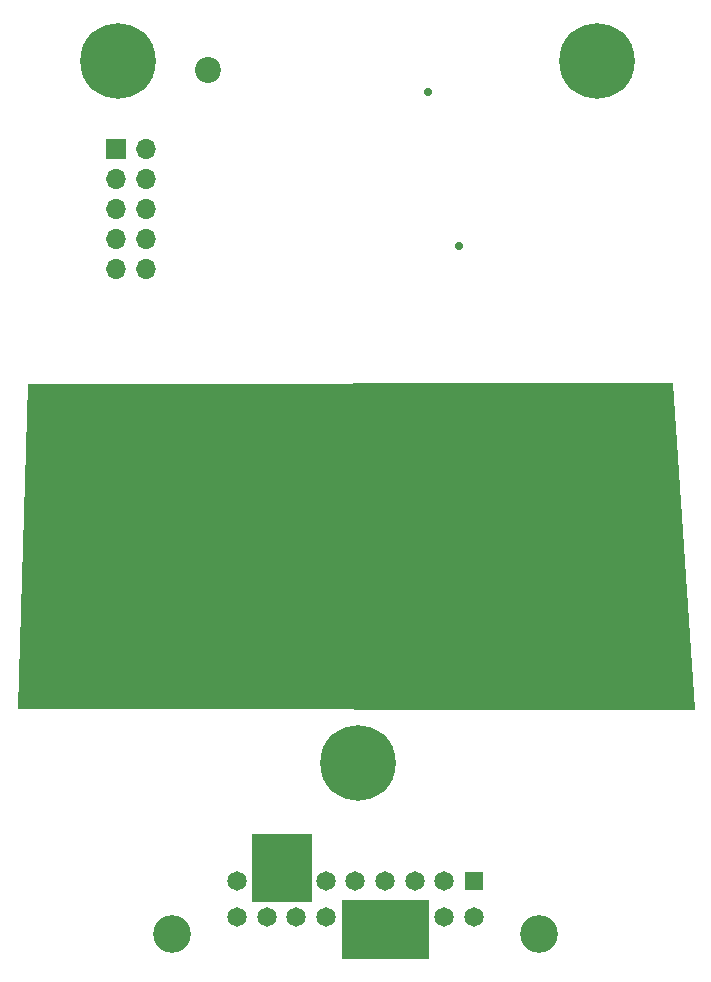
<source format=gbr>
G04 #@! TF.GenerationSoftware,KiCad,Pcbnew,(5.1.6)-1*
G04 #@! TF.CreationDate,2020-12-13T22:16:35+01:00*
G04 #@! TF.ProjectId,ETBC_2020,45544243-5f32-4303-9230-2e6b69636164,rev?*
G04 #@! TF.SameCoordinates,Original*
G04 #@! TF.FileFunction,Soldermask,Bot*
G04 #@! TF.FilePolarity,Negative*
%FSLAX46Y46*%
G04 Gerber Fmt 4.6, Leading zero omitted, Abs format (unit mm)*
G04 Created by KiCad (PCBNEW (5.1.6)-1) date 2020-12-13 22:16:35*
%MOMM*%
%LPD*%
G01*
G04 APERTURE LIST*
%ADD10C,0.100000*%
%ADD11O,1.700000X1.700000*%
%ADD12R,1.700000X1.700000*%
%ADD13C,0.700000*%
%ADD14C,2.200000*%
%ADD15R,1.650000X1.650000*%
%ADD16C,1.650000*%
%ADD17C,3.200000*%
%ADD18C,0.800000*%
%ADD19C,6.400000*%
G04 APERTURE END LIST*
D10*
G36*
X96025000Y-99650000D02*
G01*
X91050000Y-99650000D01*
X91050000Y-94000000D01*
X96025000Y-94000000D01*
X96025000Y-99650000D01*
G37*
X96025000Y-99650000D02*
X91050000Y-99650000D01*
X91050000Y-94000000D01*
X96025000Y-94000000D01*
X96025000Y-99650000D01*
G36*
X105975000Y-104475000D02*
G01*
X98675000Y-104475000D01*
X98675000Y-99600000D01*
X105975000Y-99600000D01*
X105975000Y-104475000D01*
G37*
X105975000Y-104475000D02*
X98675000Y-104475000D01*
X98675000Y-99600000D01*
X105975000Y-99600000D01*
X105975000Y-104475000D01*
G36*
X128487500Y-83356250D02*
G01*
X71212500Y-83343750D01*
X72125000Y-55837500D01*
X126600000Y-55812500D01*
X128487500Y-83356250D01*
G37*
X128487500Y-83356250D02*
X71212500Y-83343750D01*
X72125000Y-55837500D01*
X126600000Y-55812500D01*
X128487500Y-83356250D01*
D11*
X82115000Y-46135000D03*
X79575000Y-46135000D03*
X82115000Y-43595000D03*
X79575000Y-43595000D03*
X82115000Y-41055000D03*
X79575000Y-41055000D03*
X82115000Y-38515000D03*
X79575000Y-38515000D03*
X82115000Y-35975000D03*
D12*
X79575000Y-35975000D03*
D13*
X105975000Y-31174600D03*
X108575000Y-44174600D03*
D14*
X87363000Y-29252600D03*
D15*
X109825000Y-97975000D03*
D16*
X107325000Y-97975000D03*
X104825000Y-97975000D03*
X102325000Y-97975000D03*
X99825000Y-97975000D03*
X97325000Y-97975000D03*
X94825000Y-97975000D03*
X92325000Y-97975000D03*
X89825000Y-97975000D03*
X109825000Y-100975000D03*
X107325000Y-100975000D03*
X104825000Y-100975000D03*
D17*
X84325000Y-102475000D03*
X115325000Y-102475000D03*
D16*
X102325000Y-100975000D03*
X99825000Y-100975000D03*
X97325000Y-100975000D03*
X94825000Y-100975000D03*
X92325000Y-100975000D03*
X89825000Y-100975000D03*
D18*
X101697056Y-86302944D03*
X100000000Y-85600000D03*
X98302944Y-86302944D03*
X97600000Y-88000000D03*
X98302944Y-89697056D03*
X100000000Y-90400000D03*
X101697056Y-89697056D03*
X102400000Y-88000000D03*
D19*
X100000000Y-88000000D03*
D18*
X121997056Y-26802944D03*
X120300000Y-26100000D03*
X118602944Y-26802944D03*
X117900000Y-28500000D03*
X118602944Y-30197056D03*
X120300000Y-30900000D03*
X121997056Y-30197056D03*
X122700000Y-28500000D03*
D19*
X120300000Y-28500000D03*
D18*
X81397056Y-26802944D03*
X79700000Y-26100000D03*
X78002944Y-26802944D03*
X77300000Y-28500000D03*
X78002944Y-30197056D03*
X79700000Y-30900000D03*
X81397056Y-30197056D03*
X82100000Y-28500000D03*
D19*
X79700000Y-28500000D03*
M02*

</source>
